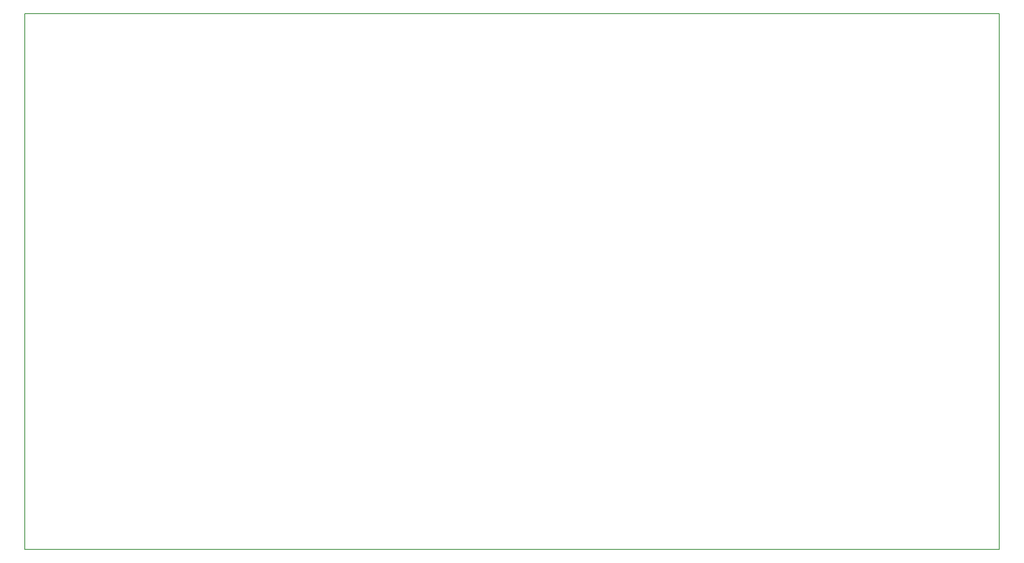
<source format=gbr>
G04 #@! TF.FileFunction,Profile,NP*
%FSLAX46Y46*%
G04 Gerber Fmt 4.6, Leading zero omitted, Abs format (unit mm)*
G04 Created by KiCad (PCBNEW 4.0.7) date 08/09/18 13:01:09*
%MOMM*%
%LPD*%
G01*
G04 APERTURE LIST*
%ADD10C,0.100000*%
%ADD11C,0.150000*%
G04 APERTURE END LIST*
D10*
D11*
X15000000Y-40000000D02*
X215000000Y-40000000D01*
X215000000Y-40000000D02*
X215000000Y-150000000D01*
X215000000Y-150000000D02*
X15000000Y-150000000D01*
X15000000Y-150000000D02*
X15000000Y-40000000D01*
M02*

</source>
